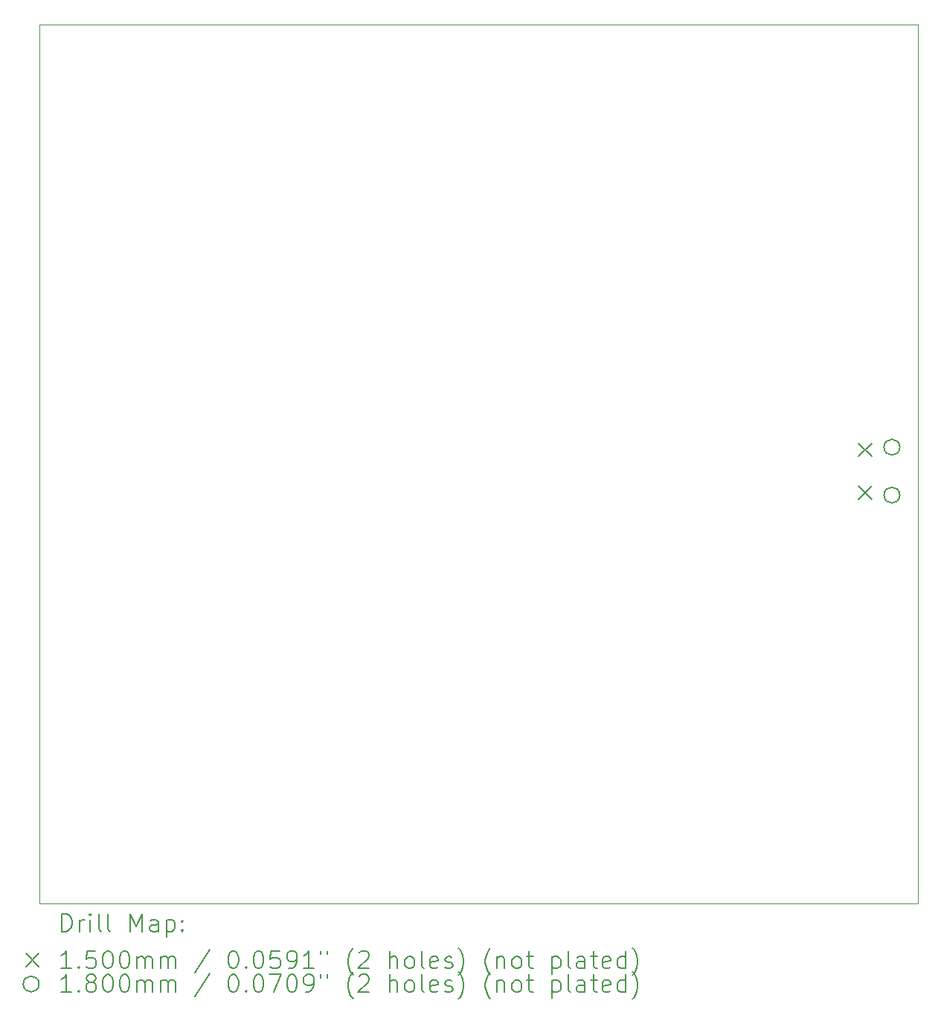
<source format=gbr>
%TF.GenerationSoftware,KiCad,Pcbnew,7.0.9*%
%TF.CreationDate,2024-02-10T00:43:47-08:00*%
%TF.ProjectId,snes_controllers_to_usb,736e6573-5f63-46f6-9e74-726f6c6c6572,A*%
%TF.SameCoordinates,Original*%
%TF.FileFunction,Drillmap*%
%TF.FilePolarity,Positive*%
%FSLAX45Y45*%
G04 Gerber Fmt 4.5, Leading zero omitted, Abs format (unit mm)*
G04 Created by KiCad (PCBNEW 7.0.9) date 2024-02-10 00:43:47*
%MOMM*%
%LPD*%
G01*
G04 APERTURE LIST*
%ADD10C,0.100000*%
%ADD11C,0.200000*%
%ADD12C,0.150000*%
%ADD13C,0.180000*%
G04 APERTURE END LIST*
D10*
X8255000Y-5715000D02*
X18255000Y-5715000D01*
X18255000Y-15715000D01*
X8255000Y-15715000D01*
X8255000Y-5715000D01*
D11*
D12*
X17579500Y-10477500D02*
X17729500Y-10627500D01*
X17729500Y-10477500D02*
X17579500Y-10627500D01*
X17579500Y-10962500D02*
X17729500Y-11112500D01*
X17729500Y-10962500D02*
X17579500Y-11112500D01*
D13*
X18047500Y-10522500D02*
G75*
G03*
X18047500Y-10522500I-90000J0D01*
G01*
X18047500Y-11067500D02*
G75*
G03*
X18047500Y-11067500I-90000J0D01*
G01*
D11*
X8510777Y-16031484D02*
X8510777Y-15831484D01*
X8510777Y-15831484D02*
X8558396Y-15831484D01*
X8558396Y-15831484D02*
X8586967Y-15841008D01*
X8586967Y-15841008D02*
X8606015Y-15860055D01*
X8606015Y-15860055D02*
X8615539Y-15879103D01*
X8615539Y-15879103D02*
X8625063Y-15917198D01*
X8625063Y-15917198D02*
X8625063Y-15945769D01*
X8625063Y-15945769D02*
X8615539Y-15983865D01*
X8615539Y-15983865D02*
X8606015Y-16002912D01*
X8606015Y-16002912D02*
X8586967Y-16021960D01*
X8586967Y-16021960D02*
X8558396Y-16031484D01*
X8558396Y-16031484D02*
X8510777Y-16031484D01*
X8710777Y-16031484D02*
X8710777Y-15898150D01*
X8710777Y-15936246D02*
X8720301Y-15917198D01*
X8720301Y-15917198D02*
X8729824Y-15907674D01*
X8729824Y-15907674D02*
X8748872Y-15898150D01*
X8748872Y-15898150D02*
X8767920Y-15898150D01*
X8834586Y-16031484D02*
X8834586Y-15898150D01*
X8834586Y-15831484D02*
X8825063Y-15841008D01*
X8825063Y-15841008D02*
X8834586Y-15850531D01*
X8834586Y-15850531D02*
X8844110Y-15841008D01*
X8844110Y-15841008D02*
X8834586Y-15831484D01*
X8834586Y-15831484D02*
X8834586Y-15850531D01*
X8958396Y-16031484D02*
X8939348Y-16021960D01*
X8939348Y-16021960D02*
X8929824Y-16002912D01*
X8929824Y-16002912D02*
X8929824Y-15831484D01*
X9063158Y-16031484D02*
X9044110Y-16021960D01*
X9044110Y-16021960D02*
X9034586Y-16002912D01*
X9034586Y-16002912D02*
X9034586Y-15831484D01*
X9291729Y-16031484D02*
X9291729Y-15831484D01*
X9291729Y-15831484D02*
X9358396Y-15974341D01*
X9358396Y-15974341D02*
X9425063Y-15831484D01*
X9425063Y-15831484D02*
X9425063Y-16031484D01*
X9606015Y-16031484D02*
X9606015Y-15926722D01*
X9606015Y-15926722D02*
X9596491Y-15907674D01*
X9596491Y-15907674D02*
X9577444Y-15898150D01*
X9577444Y-15898150D02*
X9539348Y-15898150D01*
X9539348Y-15898150D02*
X9520301Y-15907674D01*
X9606015Y-16021960D02*
X9586967Y-16031484D01*
X9586967Y-16031484D02*
X9539348Y-16031484D01*
X9539348Y-16031484D02*
X9520301Y-16021960D01*
X9520301Y-16021960D02*
X9510777Y-16002912D01*
X9510777Y-16002912D02*
X9510777Y-15983865D01*
X9510777Y-15983865D02*
X9520301Y-15964817D01*
X9520301Y-15964817D02*
X9539348Y-15955293D01*
X9539348Y-15955293D02*
X9586967Y-15955293D01*
X9586967Y-15955293D02*
X9606015Y-15945769D01*
X9701253Y-15898150D02*
X9701253Y-16098150D01*
X9701253Y-15907674D02*
X9720301Y-15898150D01*
X9720301Y-15898150D02*
X9758396Y-15898150D01*
X9758396Y-15898150D02*
X9777444Y-15907674D01*
X9777444Y-15907674D02*
X9786967Y-15917198D01*
X9786967Y-15917198D02*
X9796491Y-15936246D01*
X9796491Y-15936246D02*
X9796491Y-15993388D01*
X9796491Y-15993388D02*
X9786967Y-16012436D01*
X9786967Y-16012436D02*
X9777444Y-16021960D01*
X9777444Y-16021960D02*
X9758396Y-16031484D01*
X9758396Y-16031484D02*
X9720301Y-16031484D01*
X9720301Y-16031484D02*
X9701253Y-16021960D01*
X9882205Y-16012436D02*
X9891729Y-16021960D01*
X9891729Y-16021960D02*
X9882205Y-16031484D01*
X9882205Y-16031484D02*
X9872682Y-16021960D01*
X9872682Y-16021960D02*
X9882205Y-16012436D01*
X9882205Y-16012436D02*
X9882205Y-16031484D01*
X9882205Y-15907674D02*
X9891729Y-15917198D01*
X9891729Y-15917198D02*
X9882205Y-15926722D01*
X9882205Y-15926722D02*
X9872682Y-15917198D01*
X9872682Y-15917198D02*
X9882205Y-15907674D01*
X9882205Y-15907674D02*
X9882205Y-15926722D01*
D12*
X8100000Y-16285000D02*
X8250000Y-16435000D01*
X8250000Y-16285000D02*
X8100000Y-16435000D01*
D11*
X8615539Y-16451484D02*
X8501253Y-16451484D01*
X8558396Y-16451484D02*
X8558396Y-16251484D01*
X8558396Y-16251484D02*
X8539348Y-16280055D01*
X8539348Y-16280055D02*
X8520301Y-16299103D01*
X8520301Y-16299103D02*
X8501253Y-16308627D01*
X8701253Y-16432436D02*
X8710777Y-16441960D01*
X8710777Y-16441960D02*
X8701253Y-16451484D01*
X8701253Y-16451484D02*
X8691729Y-16441960D01*
X8691729Y-16441960D02*
X8701253Y-16432436D01*
X8701253Y-16432436D02*
X8701253Y-16451484D01*
X8891729Y-16251484D02*
X8796491Y-16251484D01*
X8796491Y-16251484D02*
X8786967Y-16346722D01*
X8786967Y-16346722D02*
X8796491Y-16337198D01*
X8796491Y-16337198D02*
X8815539Y-16327674D01*
X8815539Y-16327674D02*
X8863158Y-16327674D01*
X8863158Y-16327674D02*
X8882205Y-16337198D01*
X8882205Y-16337198D02*
X8891729Y-16346722D01*
X8891729Y-16346722D02*
X8901253Y-16365769D01*
X8901253Y-16365769D02*
X8901253Y-16413388D01*
X8901253Y-16413388D02*
X8891729Y-16432436D01*
X8891729Y-16432436D02*
X8882205Y-16441960D01*
X8882205Y-16441960D02*
X8863158Y-16451484D01*
X8863158Y-16451484D02*
X8815539Y-16451484D01*
X8815539Y-16451484D02*
X8796491Y-16441960D01*
X8796491Y-16441960D02*
X8786967Y-16432436D01*
X9025063Y-16251484D02*
X9044110Y-16251484D01*
X9044110Y-16251484D02*
X9063158Y-16261008D01*
X9063158Y-16261008D02*
X9072682Y-16270531D01*
X9072682Y-16270531D02*
X9082205Y-16289579D01*
X9082205Y-16289579D02*
X9091729Y-16327674D01*
X9091729Y-16327674D02*
X9091729Y-16375293D01*
X9091729Y-16375293D02*
X9082205Y-16413388D01*
X9082205Y-16413388D02*
X9072682Y-16432436D01*
X9072682Y-16432436D02*
X9063158Y-16441960D01*
X9063158Y-16441960D02*
X9044110Y-16451484D01*
X9044110Y-16451484D02*
X9025063Y-16451484D01*
X9025063Y-16451484D02*
X9006015Y-16441960D01*
X9006015Y-16441960D02*
X8996491Y-16432436D01*
X8996491Y-16432436D02*
X8986967Y-16413388D01*
X8986967Y-16413388D02*
X8977444Y-16375293D01*
X8977444Y-16375293D02*
X8977444Y-16327674D01*
X8977444Y-16327674D02*
X8986967Y-16289579D01*
X8986967Y-16289579D02*
X8996491Y-16270531D01*
X8996491Y-16270531D02*
X9006015Y-16261008D01*
X9006015Y-16261008D02*
X9025063Y-16251484D01*
X9215539Y-16251484D02*
X9234586Y-16251484D01*
X9234586Y-16251484D02*
X9253634Y-16261008D01*
X9253634Y-16261008D02*
X9263158Y-16270531D01*
X9263158Y-16270531D02*
X9272682Y-16289579D01*
X9272682Y-16289579D02*
X9282205Y-16327674D01*
X9282205Y-16327674D02*
X9282205Y-16375293D01*
X9282205Y-16375293D02*
X9272682Y-16413388D01*
X9272682Y-16413388D02*
X9263158Y-16432436D01*
X9263158Y-16432436D02*
X9253634Y-16441960D01*
X9253634Y-16441960D02*
X9234586Y-16451484D01*
X9234586Y-16451484D02*
X9215539Y-16451484D01*
X9215539Y-16451484D02*
X9196491Y-16441960D01*
X9196491Y-16441960D02*
X9186967Y-16432436D01*
X9186967Y-16432436D02*
X9177444Y-16413388D01*
X9177444Y-16413388D02*
X9167920Y-16375293D01*
X9167920Y-16375293D02*
X9167920Y-16327674D01*
X9167920Y-16327674D02*
X9177444Y-16289579D01*
X9177444Y-16289579D02*
X9186967Y-16270531D01*
X9186967Y-16270531D02*
X9196491Y-16261008D01*
X9196491Y-16261008D02*
X9215539Y-16251484D01*
X9367920Y-16451484D02*
X9367920Y-16318150D01*
X9367920Y-16337198D02*
X9377444Y-16327674D01*
X9377444Y-16327674D02*
X9396491Y-16318150D01*
X9396491Y-16318150D02*
X9425063Y-16318150D01*
X9425063Y-16318150D02*
X9444110Y-16327674D01*
X9444110Y-16327674D02*
X9453634Y-16346722D01*
X9453634Y-16346722D02*
X9453634Y-16451484D01*
X9453634Y-16346722D02*
X9463158Y-16327674D01*
X9463158Y-16327674D02*
X9482205Y-16318150D01*
X9482205Y-16318150D02*
X9510777Y-16318150D01*
X9510777Y-16318150D02*
X9529825Y-16327674D01*
X9529825Y-16327674D02*
X9539348Y-16346722D01*
X9539348Y-16346722D02*
X9539348Y-16451484D01*
X9634586Y-16451484D02*
X9634586Y-16318150D01*
X9634586Y-16337198D02*
X9644110Y-16327674D01*
X9644110Y-16327674D02*
X9663158Y-16318150D01*
X9663158Y-16318150D02*
X9691729Y-16318150D01*
X9691729Y-16318150D02*
X9710777Y-16327674D01*
X9710777Y-16327674D02*
X9720301Y-16346722D01*
X9720301Y-16346722D02*
X9720301Y-16451484D01*
X9720301Y-16346722D02*
X9729825Y-16327674D01*
X9729825Y-16327674D02*
X9748872Y-16318150D01*
X9748872Y-16318150D02*
X9777444Y-16318150D01*
X9777444Y-16318150D02*
X9796491Y-16327674D01*
X9796491Y-16327674D02*
X9806015Y-16346722D01*
X9806015Y-16346722D02*
X9806015Y-16451484D01*
X10196491Y-16241960D02*
X10025063Y-16499103D01*
X10453634Y-16251484D02*
X10472682Y-16251484D01*
X10472682Y-16251484D02*
X10491729Y-16261008D01*
X10491729Y-16261008D02*
X10501253Y-16270531D01*
X10501253Y-16270531D02*
X10510777Y-16289579D01*
X10510777Y-16289579D02*
X10520301Y-16327674D01*
X10520301Y-16327674D02*
X10520301Y-16375293D01*
X10520301Y-16375293D02*
X10510777Y-16413388D01*
X10510777Y-16413388D02*
X10501253Y-16432436D01*
X10501253Y-16432436D02*
X10491729Y-16441960D01*
X10491729Y-16441960D02*
X10472682Y-16451484D01*
X10472682Y-16451484D02*
X10453634Y-16451484D01*
X10453634Y-16451484D02*
X10434587Y-16441960D01*
X10434587Y-16441960D02*
X10425063Y-16432436D01*
X10425063Y-16432436D02*
X10415539Y-16413388D01*
X10415539Y-16413388D02*
X10406015Y-16375293D01*
X10406015Y-16375293D02*
X10406015Y-16327674D01*
X10406015Y-16327674D02*
X10415539Y-16289579D01*
X10415539Y-16289579D02*
X10425063Y-16270531D01*
X10425063Y-16270531D02*
X10434587Y-16261008D01*
X10434587Y-16261008D02*
X10453634Y-16251484D01*
X10606015Y-16432436D02*
X10615539Y-16441960D01*
X10615539Y-16441960D02*
X10606015Y-16451484D01*
X10606015Y-16451484D02*
X10596491Y-16441960D01*
X10596491Y-16441960D02*
X10606015Y-16432436D01*
X10606015Y-16432436D02*
X10606015Y-16451484D01*
X10739348Y-16251484D02*
X10758396Y-16251484D01*
X10758396Y-16251484D02*
X10777444Y-16261008D01*
X10777444Y-16261008D02*
X10786968Y-16270531D01*
X10786968Y-16270531D02*
X10796491Y-16289579D01*
X10796491Y-16289579D02*
X10806015Y-16327674D01*
X10806015Y-16327674D02*
X10806015Y-16375293D01*
X10806015Y-16375293D02*
X10796491Y-16413388D01*
X10796491Y-16413388D02*
X10786968Y-16432436D01*
X10786968Y-16432436D02*
X10777444Y-16441960D01*
X10777444Y-16441960D02*
X10758396Y-16451484D01*
X10758396Y-16451484D02*
X10739348Y-16451484D01*
X10739348Y-16451484D02*
X10720301Y-16441960D01*
X10720301Y-16441960D02*
X10710777Y-16432436D01*
X10710777Y-16432436D02*
X10701253Y-16413388D01*
X10701253Y-16413388D02*
X10691729Y-16375293D01*
X10691729Y-16375293D02*
X10691729Y-16327674D01*
X10691729Y-16327674D02*
X10701253Y-16289579D01*
X10701253Y-16289579D02*
X10710777Y-16270531D01*
X10710777Y-16270531D02*
X10720301Y-16261008D01*
X10720301Y-16261008D02*
X10739348Y-16251484D01*
X10986968Y-16251484D02*
X10891729Y-16251484D01*
X10891729Y-16251484D02*
X10882206Y-16346722D01*
X10882206Y-16346722D02*
X10891729Y-16337198D01*
X10891729Y-16337198D02*
X10910777Y-16327674D01*
X10910777Y-16327674D02*
X10958396Y-16327674D01*
X10958396Y-16327674D02*
X10977444Y-16337198D01*
X10977444Y-16337198D02*
X10986968Y-16346722D01*
X10986968Y-16346722D02*
X10996491Y-16365769D01*
X10996491Y-16365769D02*
X10996491Y-16413388D01*
X10996491Y-16413388D02*
X10986968Y-16432436D01*
X10986968Y-16432436D02*
X10977444Y-16441960D01*
X10977444Y-16441960D02*
X10958396Y-16451484D01*
X10958396Y-16451484D02*
X10910777Y-16451484D01*
X10910777Y-16451484D02*
X10891729Y-16441960D01*
X10891729Y-16441960D02*
X10882206Y-16432436D01*
X11091729Y-16451484D02*
X11129825Y-16451484D01*
X11129825Y-16451484D02*
X11148872Y-16441960D01*
X11148872Y-16441960D02*
X11158396Y-16432436D01*
X11158396Y-16432436D02*
X11177444Y-16403865D01*
X11177444Y-16403865D02*
X11186967Y-16365769D01*
X11186967Y-16365769D02*
X11186967Y-16289579D01*
X11186967Y-16289579D02*
X11177444Y-16270531D01*
X11177444Y-16270531D02*
X11167920Y-16261008D01*
X11167920Y-16261008D02*
X11148872Y-16251484D01*
X11148872Y-16251484D02*
X11110777Y-16251484D01*
X11110777Y-16251484D02*
X11091729Y-16261008D01*
X11091729Y-16261008D02*
X11082206Y-16270531D01*
X11082206Y-16270531D02*
X11072682Y-16289579D01*
X11072682Y-16289579D02*
X11072682Y-16337198D01*
X11072682Y-16337198D02*
X11082206Y-16356246D01*
X11082206Y-16356246D02*
X11091729Y-16365769D01*
X11091729Y-16365769D02*
X11110777Y-16375293D01*
X11110777Y-16375293D02*
X11148872Y-16375293D01*
X11148872Y-16375293D02*
X11167920Y-16365769D01*
X11167920Y-16365769D02*
X11177444Y-16356246D01*
X11177444Y-16356246D02*
X11186967Y-16337198D01*
X11377444Y-16451484D02*
X11263158Y-16451484D01*
X11320301Y-16451484D02*
X11320301Y-16251484D01*
X11320301Y-16251484D02*
X11301253Y-16280055D01*
X11301253Y-16280055D02*
X11282206Y-16299103D01*
X11282206Y-16299103D02*
X11263158Y-16308627D01*
X11453634Y-16251484D02*
X11453634Y-16289579D01*
X11529825Y-16251484D02*
X11529825Y-16289579D01*
X11825063Y-16527674D02*
X11815539Y-16518150D01*
X11815539Y-16518150D02*
X11796491Y-16489579D01*
X11796491Y-16489579D02*
X11786968Y-16470531D01*
X11786968Y-16470531D02*
X11777444Y-16441960D01*
X11777444Y-16441960D02*
X11767920Y-16394341D01*
X11767920Y-16394341D02*
X11767920Y-16356246D01*
X11767920Y-16356246D02*
X11777444Y-16308627D01*
X11777444Y-16308627D02*
X11786968Y-16280055D01*
X11786968Y-16280055D02*
X11796491Y-16261008D01*
X11796491Y-16261008D02*
X11815539Y-16232436D01*
X11815539Y-16232436D02*
X11825063Y-16222912D01*
X11891729Y-16270531D02*
X11901253Y-16261008D01*
X11901253Y-16261008D02*
X11920301Y-16251484D01*
X11920301Y-16251484D02*
X11967920Y-16251484D01*
X11967920Y-16251484D02*
X11986968Y-16261008D01*
X11986968Y-16261008D02*
X11996491Y-16270531D01*
X11996491Y-16270531D02*
X12006015Y-16289579D01*
X12006015Y-16289579D02*
X12006015Y-16308627D01*
X12006015Y-16308627D02*
X11996491Y-16337198D01*
X11996491Y-16337198D02*
X11882206Y-16451484D01*
X11882206Y-16451484D02*
X12006015Y-16451484D01*
X12244110Y-16451484D02*
X12244110Y-16251484D01*
X12329825Y-16451484D02*
X12329825Y-16346722D01*
X12329825Y-16346722D02*
X12320301Y-16327674D01*
X12320301Y-16327674D02*
X12301253Y-16318150D01*
X12301253Y-16318150D02*
X12272682Y-16318150D01*
X12272682Y-16318150D02*
X12253634Y-16327674D01*
X12253634Y-16327674D02*
X12244110Y-16337198D01*
X12453634Y-16451484D02*
X12434587Y-16441960D01*
X12434587Y-16441960D02*
X12425063Y-16432436D01*
X12425063Y-16432436D02*
X12415539Y-16413388D01*
X12415539Y-16413388D02*
X12415539Y-16356246D01*
X12415539Y-16356246D02*
X12425063Y-16337198D01*
X12425063Y-16337198D02*
X12434587Y-16327674D01*
X12434587Y-16327674D02*
X12453634Y-16318150D01*
X12453634Y-16318150D02*
X12482206Y-16318150D01*
X12482206Y-16318150D02*
X12501253Y-16327674D01*
X12501253Y-16327674D02*
X12510777Y-16337198D01*
X12510777Y-16337198D02*
X12520301Y-16356246D01*
X12520301Y-16356246D02*
X12520301Y-16413388D01*
X12520301Y-16413388D02*
X12510777Y-16432436D01*
X12510777Y-16432436D02*
X12501253Y-16441960D01*
X12501253Y-16441960D02*
X12482206Y-16451484D01*
X12482206Y-16451484D02*
X12453634Y-16451484D01*
X12634587Y-16451484D02*
X12615539Y-16441960D01*
X12615539Y-16441960D02*
X12606015Y-16422912D01*
X12606015Y-16422912D02*
X12606015Y-16251484D01*
X12786968Y-16441960D02*
X12767920Y-16451484D01*
X12767920Y-16451484D02*
X12729825Y-16451484D01*
X12729825Y-16451484D02*
X12710777Y-16441960D01*
X12710777Y-16441960D02*
X12701253Y-16422912D01*
X12701253Y-16422912D02*
X12701253Y-16346722D01*
X12701253Y-16346722D02*
X12710777Y-16327674D01*
X12710777Y-16327674D02*
X12729825Y-16318150D01*
X12729825Y-16318150D02*
X12767920Y-16318150D01*
X12767920Y-16318150D02*
X12786968Y-16327674D01*
X12786968Y-16327674D02*
X12796491Y-16346722D01*
X12796491Y-16346722D02*
X12796491Y-16365769D01*
X12796491Y-16365769D02*
X12701253Y-16384817D01*
X12872682Y-16441960D02*
X12891730Y-16451484D01*
X12891730Y-16451484D02*
X12929825Y-16451484D01*
X12929825Y-16451484D02*
X12948872Y-16441960D01*
X12948872Y-16441960D02*
X12958396Y-16422912D01*
X12958396Y-16422912D02*
X12958396Y-16413388D01*
X12958396Y-16413388D02*
X12948872Y-16394341D01*
X12948872Y-16394341D02*
X12929825Y-16384817D01*
X12929825Y-16384817D02*
X12901253Y-16384817D01*
X12901253Y-16384817D02*
X12882206Y-16375293D01*
X12882206Y-16375293D02*
X12872682Y-16356246D01*
X12872682Y-16356246D02*
X12872682Y-16346722D01*
X12872682Y-16346722D02*
X12882206Y-16327674D01*
X12882206Y-16327674D02*
X12901253Y-16318150D01*
X12901253Y-16318150D02*
X12929825Y-16318150D01*
X12929825Y-16318150D02*
X12948872Y-16327674D01*
X13025063Y-16527674D02*
X13034587Y-16518150D01*
X13034587Y-16518150D02*
X13053634Y-16489579D01*
X13053634Y-16489579D02*
X13063158Y-16470531D01*
X13063158Y-16470531D02*
X13072682Y-16441960D01*
X13072682Y-16441960D02*
X13082206Y-16394341D01*
X13082206Y-16394341D02*
X13082206Y-16356246D01*
X13082206Y-16356246D02*
X13072682Y-16308627D01*
X13072682Y-16308627D02*
X13063158Y-16280055D01*
X13063158Y-16280055D02*
X13053634Y-16261008D01*
X13053634Y-16261008D02*
X13034587Y-16232436D01*
X13034587Y-16232436D02*
X13025063Y-16222912D01*
X13386968Y-16527674D02*
X13377444Y-16518150D01*
X13377444Y-16518150D02*
X13358396Y-16489579D01*
X13358396Y-16489579D02*
X13348872Y-16470531D01*
X13348872Y-16470531D02*
X13339349Y-16441960D01*
X13339349Y-16441960D02*
X13329825Y-16394341D01*
X13329825Y-16394341D02*
X13329825Y-16356246D01*
X13329825Y-16356246D02*
X13339349Y-16308627D01*
X13339349Y-16308627D02*
X13348872Y-16280055D01*
X13348872Y-16280055D02*
X13358396Y-16261008D01*
X13358396Y-16261008D02*
X13377444Y-16232436D01*
X13377444Y-16232436D02*
X13386968Y-16222912D01*
X13463158Y-16318150D02*
X13463158Y-16451484D01*
X13463158Y-16337198D02*
X13472682Y-16327674D01*
X13472682Y-16327674D02*
X13491730Y-16318150D01*
X13491730Y-16318150D02*
X13520301Y-16318150D01*
X13520301Y-16318150D02*
X13539349Y-16327674D01*
X13539349Y-16327674D02*
X13548872Y-16346722D01*
X13548872Y-16346722D02*
X13548872Y-16451484D01*
X13672682Y-16451484D02*
X13653634Y-16441960D01*
X13653634Y-16441960D02*
X13644111Y-16432436D01*
X13644111Y-16432436D02*
X13634587Y-16413388D01*
X13634587Y-16413388D02*
X13634587Y-16356246D01*
X13634587Y-16356246D02*
X13644111Y-16337198D01*
X13644111Y-16337198D02*
X13653634Y-16327674D01*
X13653634Y-16327674D02*
X13672682Y-16318150D01*
X13672682Y-16318150D02*
X13701253Y-16318150D01*
X13701253Y-16318150D02*
X13720301Y-16327674D01*
X13720301Y-16327674D02*
X13729825Y-16337198D01*
X13729825Y-16337198D02*
X13739349Y-16356246D01*
X13739349Y-16356246D02*
X13739349Y-16413388D01*
X13739349Y-16413388D02*
X13729825Y-16432436D01*
X13729825Y-16432436D02*
X13720301Y-16441960D01*
X13720301Y-16441960D02*
X13701253Y-16451484D01*
X13701253Y-16451484D02*
X13672682Y-16451484D01*
X13796492Y-16318150D02*
X13872682Y-16318150D01*
X13825063Y-16251484D02*
X13825063Y-16422912D01*
X13825063Y-16422912D02*
X13834587Y-16441960D01*
X13834587Y-16441960D02*
X13853634Y-16451484D01*
X13853634Y-16451484D02*
X13872682Y-16451484D01*
X14091730Y-16318150D02*
X14091730Y-16518150D01*
X14091730Y-16327674D02*
X14110777Y-16318150D01*
X14110777Y-16318150D02*
X14148873Y-16318150D01*
X14148873Y-16318150D02*
X14167920Y-16327674D01*
X14167920Y-16327674D02*
X14177444Y-16337198D01*
X14177444Y-16337198D02*
X14186968Y-16356246D01*
X14186968Y-16356246D02*
X14186968Y-16413388D01*
X14186968Y-16413388D02*
X14177444Y-16432436D01*
X14177444Y-16432436D02*
X14167920Y-16441960D01*
X14167920Y-16441960D02*
X14148873Y-16451484D01*
X14148873Y-16451484D02*
X14110777Y-16451484D01*
X14110777Y-16451484D02*
X14091730Y-16441960D01*
X14301253Y-16451484D02*
X14282206Y-16441960D01*
X14282206Y-16441960D02*
X14272682Y-16422912D01*
X14272682Y-16422912D02*
X14272682Y-16251484D01*
X14463158Y-16451484D02*
X14463158Y-16346722D01*
X14463158Y-16346722D02*
X14453634Y-16327674D01*
X14453634Y-16327674D02*
X14434587Y-16318150D01*
X14434587Y-16318150D02*
X14396492Y-16318150D01*
X14396492Y-16318150D02*
X14377444Y-16327674D01*
X14463158Y-16441960D02*
X14444111Y-16451484D01*
X14444111Y-16451484D02*
X14396492Y-16451484D01*
X14396492Y-16451484D02*
X14377444Y-16441960D01*
X14377444Y-16441960D02*
X14367920Y-16422912D01*
X14367920Y-16422912D02*
X14367920Y-16403865D01*
X14367920Y-16403865D02*
X14377444Y-16384817D01*
X14377444Y-16384817D02*
X14396492Y-16375293D01*
X14396492Y-16375293D02*
X14444111Y-16375293D01*
X14444111Y-16375293D02*
X14463158Y-16365769D01*
X14529825Y-16318150D02*
X14606015Y-16318150D01*
X14558396Y-16251484D02*
X14558396Y-16422912D01*
X14558396Y-16422912D02*
X14567920Y-16441960D01*
X14567920Y-16441960D02*
X14586968Y-16451484D01*
X14586968Y-16451484D02*
X14606015Y-16451484D01*
X14748873Y-16441960D02*
X14729825Y-16451484D01*
X14729825Y-16451484D02*
X14691730Y-16451484D01*
X14691730Y-16451484D02*
X14672682Y-16441960D01*
X14672682Y-16441960D02*
X14663158Y-16422912D01*
X14663158Y-16422912D02*
X14663158Y-16346722D01*
X14663158Y-16346722D02*
X14672682Y-16327674D01*
X14672682Y-16327674D02*
X14691730Y-16318150D01*
X14691730Y-16318150D02*
X14729825Y-16318150D01*
X14729825Y-16318150D02*
X14748873Y-16327674D01*
X14748873Y-16327674D02*
X14758396Y-16346722D01*
X14758396Y-16346722D02*
X14758396Y-16365769D01*
X14758396Y-16365769D02*
X14663158Y-16384817D01*
X14929825Y-16451484D02*
X14929825Y-16251484D01*
X14929825Y-16441960D02*
X14910777Y-16451484D01*
X14910777Y-16451484D02*
X14872682Y-16451484D01*
X14872682Y-16451484D02*
X14853634Y-16441960D01*
X14853634Y-16441960D02*
X14844111Y-16432436D01*
X14844111Y-16432436D02*
X14834587Y-16413388D01*
X14834587Y-16413388D02*
X14834587Y-16356246D01*
X14834587Y-16356246D02*
X14844111Y-16337198D01*
X14844111Y-16337198D02*
X14853634Y-16327674D01*
X14853634Y-16327674D02*
X14872682Y-16318150D01*
X14872682Y-16318150D02*
X14910777Y-16318150D01*
X14910777Y-16318150D02*
X14929825Y-16327674D01*
X15006015Y-16527674D02*
X15015539Y-16518150D01*
X15015539Y-16518150D02*
X15034587Y-16489579D01*
X15034587Y-16489579D02*
X15044111Y-16470531D01*
X15044111Y-16470531D02*
X15053634Y-16441960D01*
X15053634Y-16441960D02*
X15063158Y-16394341D01*
X15063158Y-16394341D02*
X15063158Y-16356246D01*
X15063158Y-16356246D02*
X15053634Y-16308627D01*
X15053634Y-16308627D02*
X15044111Y-16280055D01*
X15044111Y-16280055D02*
X15034587Y-16261008D01*
X15034587Y-16261008D02*
X15015539Y-16232436D01*
X15015539Y-16232436D02*
X15006015Y-16222912D01*
D13*
X8250000Y-16630000D02*
G75*
G03*
X8250000Y-16630000I-90000J0D01*
G01*
D11*
X8615539Y-16721484D02*
X8501253Y-16721484D01*
X8558396Y-16721484D02*
X8558396Y-16521484D01*
X8558396Y-16521484D02*
X8539348Y-16550055D01*
X8539348Y-16550055D02*
X8520301Y-16569103D01*
X8520301Y-16569103D02*
X8501253Y-16578627D01*
X8701253Y-16702436D02*
X8710777Y-16711960D01*
X8710777Y-16711960D02*
X8701253Y-16721484D01*
X8701253Y-16721484D02*
X8691729Y-16711960D01*
X8691729Y-16711960D02*
X8701253Y-16702436D01*
X8701253Y-16702436D02*
X8701253Y-16721484D01*
X8825063Y-16607198D02*
X8806015Y-16597674D01*
X8806015Y-16597674D02*
X8796491Y-16588150D01*
X8796491Y-16588150D02*
X8786967Y-16569103D01*
X8786967Y-16569103D02*
X8786967Y-16559579D01*
X8786967Y-16559579D02*
X8796491Y-16540531D01*
X8796491Y-16540531D02*
X8806015Y-16531008D01*
X8806015Y-16531008D02*
X8825063Y-16521484D01*
X8825063Y-16521484D02*
X8863158Y-16521484D01*
X8863158Y-16521484D02*
X8882205Y-16531008D01*
X8882205Y-16531008D02*
X8891729Y-16540531D01*
X8891729Y-16540531D02*
X8901253Y-16559579D01*
X8901253Y-16559579D02*
X8901253Y-16569103D01*
X8901253Y-16569103D02*
X8891729Y-16588150D01*
X8891729Y-16588150D02*
X8882205Y-16597674D01*
X8882205Y-16597674D02*
X8863158Y-16607198D01*
X8863158Y-16607198D02*
X8825063Y-16607198D01*
X8825063Y-16607198D02*
X8806015Y-16616722D01*
X8806015Y-16616722D02*
X8796491Y-16626246D01*
X8796491Y-16626246D02*
X8786967Y-16645293D01*
X8786967Y-16645293D02*
X8786967Y-16683388D01*
X8786967Y-16683388D02*
X8796491Y-16702436D01*
X8796491Y-16702436D02*
X8806015Y-16711960D01*
X8806015Y-16711960D02*
X8825063Y-16721484D01*
X8825063Y-16721484D02*
X8863158Y-16721484D01*
X8863158Y-16721484D02*
X8882205Y-16711960D01*
X8882205Y-16711960D02*
X8891729Y-16702436D01*
X8891729Y-16702436D02*
X8901253Y-16683388D01*
X8901253Y-16683388D02*
X8901253Y-16645293D01*
X8901253Y-16645293D02*
X8891729Y-16626246D01*
X8891729Y-16626246D02*
X8882205Y-16616722D01*
X8882205Y-16616722D02*
X8863158Y-16607198D01*
X9025063Y-16521484D02*
X9044110Y-16521484D01*
X9044110Y-16521484D02*
X9063158Y-16531008D01*
X9063158Y-16531008D02*
X9072682Y-16540531D01*
X9072682Y-16540531D02*
X9082205Y-16559579D01*
X9082205Y-16559579D02*
X9091729Y-16597674D01*
X9091729Y-16597674D02*
X9091729Y-16645293D01*
X9091729Y-16645293D02*
X9082205Y-16683388D01*
X9082205Y-16683388D02*
X9072682Y-16702436D01*
X9072682Y-16702436D02*
X9063158Y-16711960D01*
X9063158Y-16711960D02*
X9044110Y-16721484D01*
X9044110Y-16721484D02*
X9025063Y-16721484D01*
X9025063Y-16721484D02*
X9006015Y-16711960D01*
X9006015Y-16711960D02*
X8996491Y-16702436D01*
X8996491Y-16702436D02*
X8986967Y-16683388D01*
X8986967Y-16683388D02*
X8977444Y-16645293D01*
X8977444Y-16645293D02*
X8977444Y-16597674D01*
X8977444Y-16597674D02*
X8986967Y-16559579D01*
X8986967Y-16559579D02*
X8996491Y-16540531D01*
X8996491Y-16540531D02*
X9006015Y-16531008D01*
X9006015Y-16531008D02*
X9025063Y-16521484D01*
X9215539Y-16521484D02*
X9234586Y-16521484D01*
X9234586Y-16521484D02*
X9253634Y-16531008D01*
X9253634Y-16531008D02*
X9263158Y-16540531D01*
X9263158Y-16540531D02*
X9272682Y-16559579D01*
X9272682Y-16559579D02*
X9282205Y-16597674D01*
X9282205Y-16597674D02*
X9282205Y-16645293D01*
X9282205Y-16645293D02*
X9272682Y-16683388D01*
X9272682Y-16683388D02*
X9263158Y-16702436D01*
X9263158Y-16702436D02*
X9253634Y-16711960D01*
X9253634Y-16711960D02*
X9234586Y-16721484D01*
X9234586Y-16721484D02*
X9215539Y-16721484D01*
X9215539Y-16721484D02*
X9196491Y-16711960D01*
X9196491Y-16711960D02*
X9186967Y-16702436D01*
X9186967Y-16702436D02*
X9177444Y-16683388D01*
X9177444Y-16683388D02*
X9167920Y-16645293D01*
X9167920Y-16645293D02*
X9167920Y-16597674D01*
X9167920Y-16597674D02*
X9177444Y-16559579D01*
X9177444Y-16559579D02*
X9186967Y-16540531D01*
X9186967Y-16540531D02*
X9196491Y-16531008D01*
X9196491Y-16531008D02*
X9215539Y-16521484D01*
X9367920Y-16721484D02*
X9367920Y-16588150D01*
X9367920Y-16607198D02*
X9377444Y-16597674D01*
X9377444Y-16597674D02*
X9396491Y-16588150D01*
X9396491Y-16588150D02*
X9425063Y-16588150D01*
X9425063Y-16588150D02*
X9444110Y-16597674D01*
X9444110Y-16597674D02*
X9453634Y-16616722D01*
X9453634Y-16616722D02*
X9453634Y-16721484D01*
X9453634Y-16616722D02*
X9463158Y-16597674D01*
X9463158Y-16597674D02*
X9482205Y-16588150D01*
X9482205Y-16588150D02*
X9510777Y-16588150D01*
X9510777Y-16588150D02*
X9529825Y-16597674D01*
X9529825Y-16597674D02*
X9539348Y-16616722D01*
X9539348Y-16616722D02*
X9539348Y-16721484D01*
X9634586Y-16721484D02*
X9634586Y-16588150D01*
X9634586Y-16607198D02*
X9644110Y-16597674D01*
X9644110Y-16597674D02*
X9663158Y-16588150D01*
X9663158Y-16588150D02*
X9691729Y-16588150D01*
X9691729Y-16588150D02*
X9710777Y-16597674D01*
X9710777Y-16597674D02*
X9720301Y-16616722D01*
X9720301Y-16616722D02*
X9720301Y-16721484D01*
X9720301Y-16616722D02*
X9729825Y-16597674D01*
X9729825Y-16597674D02*
X9748872Y-16588150D01*
X9748872Y-16588150D02*
X9777444Y-16588150D01*
X9777444Y-16588150D02*
X9796491Y-16597674D01*
X9796491Y-16597674D02*
X9806015Y-16616722D01*
X9806015Y-16616722D02*
X9806015Y-16721484D01*
X10196491Y-16511960D02*
X10025063Y-16769103D01*
X10453634Y-16521484D02*
X10472682Y-16521484D01*
X10472682Y-16521484D02*
X10491729Y-16531008D01*
X10491729Y-16531008D02*
X10501253Y-16540531D01*
X10501253Y-16540531D02*
X10510777Y-16559579D01*
X10510777Y-16559579D02*
X10520301Y-16597674D01*
X10520301Y-16597674D02*
X10520301Y-16645293D01*
X10520301Y-16645293D02*
X10510777Y-16683388D01*
X10510777Y-16683388D02*
X10501253Y-16702436D01*
X10501253Y-16702436D02*
X10491729Y-16711960D01*
X10491729Y-16711960D02*
X10472682Y-16721484D01*
X10472682Y-16721484D02*
X10453634Y-16721484D01*
X10453634Y-16721484D02*
X10434587Y-16711960D01*
X10434587Y-16711960D02*
X10425063Y-16702436D01*
X10425063Y-16702436D02*
X10415539Y-16683388D01*
X10415539Y-16683388D02*
X10406015Y-16645293D01*
X10406015Y-16645293D02*
X10406015Y-16597674D01*
X10406015Y-16597674D02*
X10415539Y-16559579D01*
X10415539Y-16559579D02*
X10425063Y-16540531D01*
X10425063Y-16540531D02*
X10434587Y-16531008D01*
X10434587Y-16531008D02*
X10453634Y-16521484D01*
X10606015Y-16702436D02*
X10615539Y-16711960D01*
X10615539Y-16711960D02*
X10606015Y-16721484D01*
X10606015Y-16721484D02*
X10596491Y-16711960D01*
X10596491Y-16711960D02*
X10606015Y-16702436D01*
X10606015Y-16702436D02*
X10606015Y-16721484D01*
X10739348Y-16521484D02*
X10758396Y-16521484D01*
X10758396Y-16521484D02*
X10777444Y-16531008D01*
X10777444Y-16531008D02*
X10786968Y-16540531D01*
X10786968Y-16540531D02*
X10796491Y-16559579D01*
X10796491Y-16559579D02*
X10806015Y-16597674D01*
X10806015Y-16597674D02*
X10806015Y-16645293D01*
X10806015Y-16645293D02*
X10796491Y-16683388D01*
X10796491Y-16683388D02*
X10786968Y-16702436D01*
X10786968Y-16702436D02*
X10777444Y-16711960D01*
X10777444Y-16711960D02*
X10758396Y-16721484D01*
X10758396Y-16721484D02*
X10739348Y-16721484D01*
X10739348Y-16721484D02*
X10720301Y-16711960D01*
X10720301Y-16711960D02*
X10710777Y-16702436D01*
X10710777Y-16702436D02*
X10701253Y-16683388D01*
X10701253Y-16683388D02*
X10691729Y-16645293D01*
X10691729Y-16645293D02*
X10691729Y-16597674D01*
X10691729Y-16597674D02*
X10701253Y-16559579D01*
X10701253Y-16559579D02*
X10710777Y-16540531D01*
X10710777Y-16540531D02*
X10720301Y-16531008D01*
X10720301Y-16531008D02*
X10739348Y-16521484D01*
X10872682Y-16521484D02*
X11006015Y-16521484D01*
X11006015Y-16521484D02*
X10920301Y-16721484D01*
X11120301Y-16521484D02*
X11139349Y-16521484D01*
X11139349Y-16521484D02*
X11158396Y-16531008D01*
X11158396Y-16531008D02*
X11167920Y-16540531D01*
X11167920Y-16540531D02*
X11177444Y-16559579D01*
X11177444Y-16559579D02*
X11186967Y-16597674D01*
X11186967Y-16597674D02*
X11186967Y-16645293D01*
X11186967Y-16645293D02*
X11177444Y-16683388D01*
X11177444Y-16683388D02*
X11167920Y-16702436D01*
X11167920Y-16702436D02*
X11158396Y-16711960D01*
X11158396Y-16711960D02*
X11139349Y-16721484D01*
X11139349Y-16721484D02*
X11120301Y-16721484D01*
X11120301Y-16721484D02*
X11101253Y-16711960D01*
X11101253Y-16711960D02*
X11091729Y-16702436D01*
X11091729Y-16702436D02*
X11082206Y-16683388D01*
X11082206Y-16683388D02*
X11072682Y-16645293D01*
X11072682Y-16645293D02*
X11072682Y-16597674D01*
X11072682Y-16597674D02*
X11082206Y-16559579D01*
X11082206Y-16559579D02*
X11091729Y-16540531D01*
X11091729Y-16540531D02*
X11101253Y-16531008D01*
X11101253Y-16531008D02*
X11120301Y-16521484D01*
X11282206Y-16721484D02*
X11320301Y-16721484D01*
X11320301Y-16721484D02*
X11339348Y-16711960D01*
X11339348Y-16711960D02*
X11348872Y-16702436D01*
X11348872Y-16702436D02*
X11367920Y-16673865D01*
X11367920Y-16673865D02*
X11377444Y-16635769D01*
X11377444Y-16635769D02*
X11377444Y-16559579D01*
X11377444Y-16559579D02*
X11367920Y-16540531D01*
X11367920Y-16540531D02*
X11358396Y-16531008D01*
X11358396Y-16531008D02*
X11339348Y-16521484D01*
X11339348Y-16521484D02*
X11301253Y-16521484D01*
X11301253Y-16521484D02*
X11282206Y-16531008D01*
X11282206Y-16531008D02*
X11272682Y-16540531D01*
X11272682Y-16540531D02*
X11263158Y-16559579D01*
X11263158Y-16559579D02*
X11263158Y-16607198D01*
X11263158Y-16607198D02*
X11272682Y-16626246D01*
X11272682Y-16626246D02*
X11282206Y-16635769D01*
X11282206Y-16635769D02*
X11301253Y-16645293D01*
X11301253Y-16645293D02*
X11339348Y-16645293D01*
X11339348Y-16645293D02*
X11358396Y-16635769D01*
X11358396Y-16635769D02*
X11367920Y-16626246D01*
X11367920Y-16626246D02*
X11377444Y-16607198D01*
X11453634Y-16521484D02*
X11453634Y-16559579D01*
X11529825Y-16521484D02*
X11529825Y-16559579D01*
X11825063Y-16797674D02*
X11815539Y-16788150D01*
X11815539Y-16788150D02*
X11796491Y-16759579D01*
X11796491Y-16759579D02*
X11786968Y-16740531D01*
X11786968Y-16740531D02*
X11777444Y-16711960D01*
X11777444Y-16711960D02*
X11767920Y-16664341D01*
X11767920Y-16664341D02*
X11767920Y-16626246D01*
X11767920Y-16626246D02*
X11777444Y-16578627D01*
X11777444Y-16578627D02*
X11786968Y-16550055D01*
X11786968Y-16550055D02*
X11796491Y-16531008D01*
X11796491Y-16531008D02*
X11815539Y-16502436D01*
X11815539Y-16502436D02*
X11825063Y-16492912D01*
X11891729Y-16540531D02*
X11901253Y-16531008D01*
X11901253Y-16531008D02*
X11920301Y-16521484D01*
X11920301Y-16521484D02*
X11967920Y-16521484D01*
X11967920Y-16521484D02*
X11986968Y-16531008D01*
X11986968Y-16531008D02*
X11996491Y-16540531D01*
X11996491Y-16540531D02*
X12006015Y-16559579D01*
X12006015Y-16559579D02*
X12006015Y-16578627D01*
X12006015Y-16578627D02*
X11996491Y-16607198D01*
X11996491Y-16607198D02*
X11882206Y-16721484D01*
X11882206Y-16721484D02*
X12006015Y-16721484D01*
X12244110Y-16721484D02*
X12244110Y-16521484D01*
X12329825Y-16721484D02*
X12329825Y-16616722D01*
X12329825Y-16616722D02*
X12320301Y-16597674D01*
X12320301Y-16597674D02*
X12301253Y-16588150D01*
X12301253Y-16588150D02*
X12272682Y-16588150D01*
X12272682Y-16588150D02*
X12253634Y-16597674D01*
X12253634Y-16597674D02*
X12244110Y-16607198D01*
X12453634Y-16721484D02*
X12434587Y-16711960D01*
X12434587Y-16711960D02*
X12425063Y-16702436D01*
X12425063Y-16702436D02*
X12415539Y-16683388D01*
X12415539Y-16683388D02*
X12415539Y-16626246D01*
X12415539Y-16626246D02*
X12425063Y-16607198D01*
X12425063Y-16607198D02*
X12434587Y-16597674D01*
X12434587Y-16597674D02*
X12453634Y-16588150D01*
X12453634Y-16588150D02*
X12482206Y-16588150D01*
X12482206Y-16588150D02*
X12501253Y-16597674D01*
X12501253Y-16597674D02*
X12510777Y-16607198D01*
X12510777Y-16607198D02*
X12520301Y-16626246D01*
X12520301Y-16626246D02*
X12520301Y-16683388D01*
X12520301Y-16683388D02*
X12510777Y-16702436D01*
X12510777Y-16702436D02*
X12501253Y-16711960D01*
X12501253Y-16711960D02*
X12482206Y-16721484D01*
X12482206Y-16721484D02*
X12453634Y-16721484D01*
X12634587Y-16721484D02*
X12615539Y-16711960D01*
X12615539Y-16711960D02*
X12606015Y-16692912D01*
X12606015Y-16692912D02*
X12606015Y-16521484D01*
X12786968Y-16711960D02*
X12767920Y-16721484D01*
X12767920Y-16721484D02*
X12729825Y-16721484D01*
X12729825Y-16721484D02*
X12710777Y-16711960D01*
X12710777Y-16711960D02*
X12701253Y-16692912D01*
X12701253Y-16692912D02*
X12701253Y-16616722D01*
X12701253Y-16616722D02*
X12710777Y-16597674D01*
X12710777Y-16597674D02*
X12729825Y-16588150D01*
X12729825Y-16588150D02*
X12767920Y-16588150D01*
X12767920Y-16588150D02*
X12786968Y-16597674D01*
X12786968Y-16597674D02*
X12796491Y-16616722D01*
X12796491Y-16616722D02*
X12796491Y-16635769D01*
X12796491Y-16635769D02*
X12701253Y-16654817D01*
X12872682Y-16711960D02*
X12891730Y-16721484D01*
X12891730Y-16721484D02*
X12929825Y-16721484D01*
X12929825Y-16721484D02*
X12948872Y-16711960D01*
X12948872Y-16711960D02*
X12958396Y-16692912D01*
X12958396Y-16692912D02*
X12958396Y-16683388D01*
X12958396Y-16683388D02*
X12948872Y-16664341D01*
X12948872Y-16664341D02*
X12929825Y-16654817D01*
X12929825Y-16654817D02*
X12901253Y-16654817D01*
X12901253Y-16654817D02*
X12882206Y-16645293D01*
X12882206Y-16645293D02*
X12872682Y-16626246D01*
X12872682Y-16626246D02*
X12872682Y-16616722D01*
X12872682Y-16616722D02*
X12882206Y-16597674D01*
X12882206Y-16597674D02*
X12901253Y-16588150D01*
X12901253Y-16588150D02*
X12929825Y-16588150D01*
X12929825Y-16588150D02*
X12948872Y-16597674D01*
X13025063Y-16797674D02*
X13034587Y-16788150D01*
X13034587Y-16788150D02*
X13053634Y-16759579D01*
X13053634Y-16759579D02*
X13063158Y-16740531D01*
X13063158Y-16740531D02*
X13072682Y-16711960D01*
X13072682Y-16711960D02*
X13082206Y-16664341D01*
X13082206Y-16664341D02*
X13082206Y-16626246D01*
X13082206Y-16626246D02*
X13072682Y-16578627D01*
X13072682Y-16578627D02*
X13063158Y-16550055D01*
X13063158Y-16550055D02*
X13053634Y-16531008D01*
X13053634Y-16531008D02*
X13034587Y-16502436D01*
X13034587Y-16502436D02*
X13025063Y-16492912D01*
X13386968Y-16797674D02*
X13377444Y-16788150D01*
X13377444Y-16788150D02*
X13358396Y-16759579D01*
X13358396Y-16759579D02*
X13348872Y-16740531D01*
X13348872Y-16740531D02*
X13339349Y-16711960D01*
X13339349Y-16711960D02*
X13329825Y-16664341D01*
X13329825Y-16664341D02*
X13329825Y-16626246D01*
X13329825Y-16626246D02*
X13339349Y-16578627D01*
X13339349Y-16578627D02*
X13348872Y-16550055D01*
X13348872Y-16550055D02*
X13358396Y-16531008D01*
X13358396Y-16531008D02*
X13377444Y-16502436D01*
X13377444Y-16502436D02*
X13386968Y-16492912D01*
X13463158Y-16588150D02*
X13463158Y-16721484D01*
X13463158Y-16607198D02*
X13472682Y-16597674D01*
X13472682Y-16597674D02*
X13491730Y-16588150D01*
X13491730Y-16588150D02*
X13520301Y-16588150D01*
X13520301Y-16588150D02*
X13539349Y-16597674D01*
X13539349Y-16597674D02*
X13548872Y-16616722D01*
X13548872Y-16616722D02*
X13548872Y-16721484D01*
X13672682Y-16721484D02*
X13653634Y-16711960D01*
X13653634Y-16711960D02*
X13644111Y-16702436D01*
X13644111Y-16702436D02*
X13634587Y-16683388D01*
X13634587Y-16683388D02*
X13634587Y-16626246D01*
X13634587Y-16626246D02*
X13644111Y-16607198D01*
X13644111Y-16607198D02*
X13653634Y-16597674D01*
X13653634Y-16597674D02*
X13672682Y-16588150D01*
X13672682Y-16588150D02*
X13701253Y-16588150D01*
X13701253Y-16588150D02*
X13720301Y-16597674D01*
X13720301Y-16597674D02*
X13729825Y-16607198D01*
X13729825Y-16607198D02*
X13739349Y-16626246D01*
X13739349Y-16626246D02*
X13739349Y-16683388D01*
X13739349Y-16683388D02*
X13729825Y-16702436D01*
X13729825Y-16702436D02*
X13720301Y-16711960D01*
X13720301Y-16711960D02*
X13701253Y-16721484D01*
X13701253Y-16721484D02*
X13672682Y-16721484D01*
X13796492Y-16588150D02*
X13872682Y-16588150D01*
X13825063Y-16521484D02*
X13825063Y-16692912D01*
X13825063Y-16692912D02*
X13834587Y-16711960D01*
X13834587Y-16711960D02*
X13853634Y-16721484D01*
X13853634Y-16721484D02*
X13872682Y-16721484D01*
X14091730Y-16588150D02*
X14091730Y-16788150D01*
X14091730Y-16597674D02*
X14110777Y-16588150D01*
X14110777Y-16588150D02*
X14148873Y-16588150D01*
X14148873Y-16588150D02*
X14167920Y-16597674D01*
X14167920Y-16597674D02*
X14177444Y-16607198D01*
X14177444Y-16607198D02*
X14186968Y-16626246D01*
X14186968Y-16626246D02*
X14186968Y-16683388D01*
X14186968Y-16683388D02*
X14177444Y-16702436D01*
X14177444Y-16702436D02*
X14167920Y-16711960D01*
X14167920Y-16711960D02*
X14148873Y-16721484D01*
X14148873Y-16721484D02*
X14110777Y-16721484D01*
X14110777Y-16721484D02*
X14091730Y-16711960D01*
X14301253Y-16721484D02*
X14282206Y-16711960D01*
X14282206Y-16711960D02*
X14272682Y-16692912D01*
X14272682Y-16692912D02*
X14272682Y-16521484D01*
X14463158Y-16721484D02*
X14463158Y-16616722D01*
X14463158Y-16616722D02*
X14453634Y-16597674D01*
X14453634Y-16597674D02*
X14434587Y-16588150D01*
X14434587Y-16588150D02*
X14396492Y-16588150D01*
X14396492Y-16588150D02*
X14377444Y-16597674D01*
X14463158Y-16711960D02*
X14444111Y-16721484D01*
X14444111Y-16721484D02*
X14396492Y-16721484D01*
X14396492Y-16721484D02*
X14377444Y-16711960D01*
X14377444Y-16711960D02*
X14367920Y-16692912D01*
X14367920Y-16692912D02*
X14367920Y-16673865D01*
X14367920Y-16673865D02*
X14377444Y-16654817D01*
X14377444Y-16654817D02*
X14396492Y-16645293D01*
X14396492Y-16645293D02*
X14444111Y-16645293D01*
X14444111Y-16645293D02*
X14463158Y-16635769D01*
X14529825Y-16588150D02*
X14606015Y-16588150D01*
X14558396Y-16521484D02*
X14558396Y-16692912D01*
X14558396Y-16692912D02*
X14567920Y-16711960D01*
X14567920Y-16711960D02*
X14586968Y-16721484D01*
X14586968Y-16721484D02*
X14606015Y-16721484D01*
X14748873Y-16711960D02*
X14729825Y-16721484D01*
X14729825Y-16721484D02*
X14691730Y-16721484D01*
X14691730Y-16721484D02*
X14672682Y-16711960D01*
X14672682Y-16711960D02*
X14663158Y-16692912D01*
X14663158Y-16692912D02*
X14663158Y-16616722D01*
X14663158Y-16616722D02*
X14672682Y-16597674D01*
X14672682Y-16597674D02*
X14691730Y-16588150D01*
X14691730Y-16588150D02*
X14729825Y-16588150D01*
X14729825Y-16588150D02*
X14748873Y-16597674D01*
X14748873Y-16597674D02*
X14758396Y-16616722D01*
X14758396Y-16616722D02*
X14758396Y-16635769D01*
X14758396Y-16635769D02*
X14663158Y-16654817D01*
X14929825Y-16721484D02*
X14929825Y-16521484D01*
X14929825Y-16711960D02*
X14910777Y-16721484D01*
X14910777Y-16721484D02*
X14872682Y-16721484D01*
X14872682Y-16721484D02*
X14853634Y-16711960D01*
X14853634Y-16711960D02*
X14844111Y-16702436D01*
X14844111Y-16702436D02*
X14834587Y-16683388D01*
X14834587Y-16683388D02*
X14834587Y-16626246D01*
X14834587Y-16626246D02*
X14844111Y-16607198D01*
X14844111Y-16607198D02*
X14853634Y-16597674D01*
X14853634Y-16597674D02*
X14872682Y-16588150D01*
X14872682Y-16588150D02*
X14910777Y-16588150D01*
X14910777Y-16588150D02*
X14929825Y-16597674D01*
X15006015Y-16797674D02*
X15015539Y-16788150D01*
X15015539Y-16788150D02*
X15034587Y-16759579D01*
X15034587Y-16759579D02*
X15044111Y-16740531D01*
X15044111Y-16740531D02*
X15053634Y-16711960D01*
X15053634Y-16711960D02*
X15063158Y-16664341D01*
X15063158Y-16664341D02*
X15063158Y-16626246D01*
X15063158Y-16626246D02*
X15053634Y-16578627D01*
X15053634Y-16578627D02*
X15044111Y-16550055D01*
X15044111Y-16550055D02*
X15034587Y-16531008D01*
X15034587Y-16531008D02*
X15015539Y-16502436D01*
X15015539Y-16502436D02*
X15006015Y-16492912D01*
M02*

</source>
